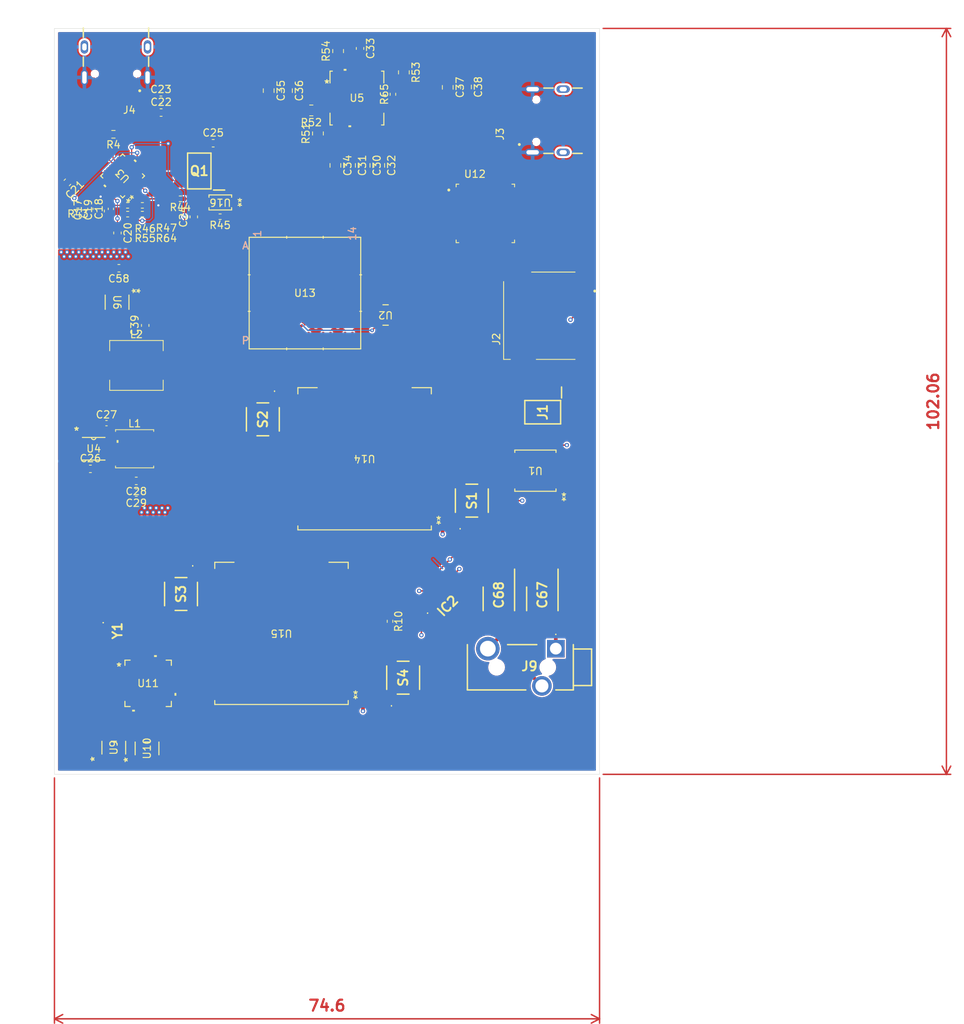
<source format=kicad_pcb>
(kicad_pcb (version 20241229) (generator "pcbnew") (generator_version "9.0")
  (layers (0 "F.Cu" signal) (4 "In1.Cu" signal) (6 "In2.Cu" signal) (2 "B.Cu" signal) (13 "F.Paste" user) (15 "B.Paste" user) (5 "F.SilkS" user "F.Silkscreen") (7 "B.SilkS" user "B.Silkscreen") (1 "F.Mask" user) (3 "B.Mask" user) (25 "Edge.Cuts" user))
  (net 0 "")
  (net 1 "FPGA_TCK")
  (net 2 "GND")
  (net 3 "VCCBRAM")
  (net 4 "FPGA_TDI")
  (net 5 "FPGA_TDO")
  (net 6 "VCC0_34")
  (net 7 "FPGA_TMS")
  (net 8 "VCC0_14")
  (net 9 "VCCAUX")
  (net 10 "+3V3")
  (net 72 "/NorthBridge/HSPI_MOSI")
  (net 73 "/NorthBridge/HSPI_MISO")
  (net 75 "/NorthBridge/HSPI_CLK")
  (net 76 "/NorthBridge/HSPI_CS_PS")
  (net 82 "/NorthBridge/HSPI_CS_SD")
  (net 95 "Net-(C67--)")
  (net 98 "Net-(C68--)")
  (net 99 "Net-(J3-DP1)")
  (net 101 "Net-(J3-DN1)")
  (net 105 "Net-(IC2-MD2)")
  (net 108 "/NorthBridge/Rst")
  (net 109 "NBSB_RX")
  (net 110 "NBSB_TX")
  (net 111 "Net-(S1-COM_1)")
  (net 112 "/NorthBridge/EN")
  (net 113 "Net-(S2-COM_1)")
  (net 114 "Net-(S3-COM_1)")
  (net 115 "/SouthBridge/Rst")
  (net 116 "Net-(S4-COM_1)")
  (net 117 "/SouthBridge/EN")
  (net 118 "/Power/VFB")
  (net 119 "/Power/ICFB")
  (net 120 "SBTXD")
  (net 121 "SBRXD")
  (net 122 "Net-(U4-SW)")
  (net 123 "Net-(U4-BST)")
  (net 125 "/NorthBridge/HSPI_CL_FL")
  (net 127 "/FPGA_UNIT_A/UCLK")
  (net 128 "/Power/VBUS_IN")
  (net 129 "/Power/CC2")
  (net 133 "/Power/CC1")
  (net 134 "Net-(Q1-S1)")
  (net 138 "Net-(Q1-G1)")
  (net 139 "9V0")
  (net 141 "+5V")
  (net 142 "Net-(U3-VBUS_FET_EN)")
  (net 146 "Net-(U3-FLIP)")
  (net 151 "Net-(U3-VCCD)")
  (net 152 "/Power/3V3CYPD")
  (net 155 "Net-(U5-VCC)")
  (net 156 "/NorthBridge/VSPI_D3")
  (net 157 "/NorthBridge/VSPI_D1")
  (net 158 "Net-(U3-CC1)")
  (net 159 "/NorthBridge/VSPI_D0")
  (net 160 "Net-(U6-SW)")
  (net 161 "NBTXD")
  (net 162 "/NorthBridge/VSPI_D2")
  (net 163 "/NorthBridge/HSPI_CS_FL")
  (net 164 "NBRXD")
  (net 165 "/NorthBridge/HSPI_CS__PS")
  (net 166 "/NorthBridge/VSPI_CS")
  (net 167 "/NorthBridge/VSPI_CLK")
  (net 168 "/Power/FB1")
  (net 171 "Net-(U5-SW1)")
  (net 172 "/Power/FB3")
  (net 173 "Net-(U5-EN)")
  (net 175 "/Power/FB4")
  (net 176 "/SouthBridge/OUTP2")
  (net 177 "/SouthBridge/OUTP1")
  (net 178 "/SouthBridge/COM")
  (net 179 "/SouthBridge/DIN")
  (net 180 "/SouthBridge/BCLK")
  (net 181 "/SouthBridge/GPO")
  (net 182 "/SouthBridge/FSYNC")
  (net 183 "Net-(IC2-MD6)")
  (net 184 "Net-(IC2-MD1)")
  (net 185 "Net-(IC2-VREF)")
  (net 186 "Net-(IC2-DREG)")
  (net 187 "Net-(IC2-MD4)")
  (net 188 "Net-(IC2-MD5)")
  (net 189 "Net-(U15-IO32)")
  (net 190 "/USB_HUB/PRTPWR1")
  (net 191 "/USB_HUB/VBUS1")
  (net 192 "/USB_HUB/OCS_N1")
  (net 193 "/USB_HUB/PRTPWR2")
  (net 194 "/USB_HUB/OCS_N2")
  (net 195 "/USB_HUB/VBUS2")
  (net 197 "/USB_HUB/CFG_SEL0")
  (net 198 "/USB_HUB/USB1_P")
  (net 202 "/USB_HUB/NON_REM0")
  (net 204 "/USB_HUB/USB2_P")
  (net 205 "/USB_HUB/NON_REM1")
  (net 206 "/USB_HUB/USB1_N")
  (net 207 "/USB_HUB/CFG_SEL1")
  (net 209 "/USB_HUB/RBIAS")
  (net 210 "Net-(IC1-USBDM)")
  (net 211 "/USB_HUB/XTALIN")
  (net 213 "/USB_HUB/PLLFILT")
  (net 214 "/USB_HUB/CRFILT")
  (net 215 "/USB_HUB/USB2_N")
  (net 217 "Net-(IC1-USBDP)")
  (net 218 "/USB_HUB/XTALOUT")
  (footprint "FPGA_Interface:PTS647SM38SMTR2LFS" (layer "F.Cu") (at 64.4 108.825 90)
    (property "Reference" "S4")
    (property "Value" "PTS647SM38SMTR2_LFS" (hide yes))
  )
  (footprint "FPGA&MCU:ESP32-WROOM-32UE_EXP" (layer "F.Cu") (at 59.125 78.869999 180)
    (property "Reference" "U14")
    (property "Value" "ESP32-WROOM-32UE-N8")
  )
  (footprint "Resistor_SMD:R_0402_1005Metric" (layer "F.Cu") (at 28.709999 44.2)
    (property "Reference" "R47")
    (property "Value" "1k")
  )
  (footprint "Resistor_SMD:R_0402_1005Metric" (layer "F.Cu") (at 19.890001 44.2 180)
    (property "Reference" "R43")
    (property "Value" "4.7k")
  )
  (footprint "Resistor_SMD:R_0402_1005Metric" (layer "F.Cu") (at 26.690001 44.2)
    (property "Reference" "R46")
    (property "Value" "5k")
  )
  (footprint "Resistor_SMD:R_0805_2012Metric" (layer "F.Cu") (at 52.74 34.36 90)
    (property "Reference" "R51")
    (property "Value" "50K")
  )
  (footprint "FPGA_Power:MPM54304GMN_004" (layer "F.Cu") (at 58.075 29.5155)
    (property "Reference" "U5")
    (property "Value" "MPM54304GMN-0004")
  )
  (footprint "Capacitor_SMD:C_0402_1005Metric" (layer "F.Cu") (at 23.799998 74)
    (property "Reference" "C27")
    (property "Value" "0.1u")
  )
  (footprint "FPGA_Power:CYPD3177-24LQXQT_INF" (layer "F.Cu") (at 26.01 40.17 135)
    (property "Reference" "U3")
    (property "Value" "CYPD3177-24LQXQT")
  )
  (footprint "Capacitor_SMD:C_0603_1608Metric" (layer "F.Cu") (at 21.6 80.25)
    (property "Reference" "C26")
    (property "Value" "10uF")
  )
  (footprint "Capacitor_SMD:C_0603_1608Metric" (layer "F.Cu") (at 35.75 45.775 90)
    (property "Reference" "C24")
    (property "Value" "1uF")
  )
  (footprint "Resistor_SMD:R_0402_1005Metric" (layer "F.Cu") (at 26.7 45.4)
    (property "Reference" "R55")
    (property "Value" "5k")
  )
  (footprint "Capacitor_SMD:C_0603_1608Metric" (layer "F.Cu") (at 27.875 83.5 180)
    (property "Reference" "C29")
    (property "Value" "22uF")
  )
  (footprint "Resistor_SMD:R_0805_2012Metric" (layer "F.Cu") (at 51.83 31.21 180)
    (property "Reference" "R52")
    (property "Value" "75K")
  )
  (footprint "Capacitor_SMD:C_0603_1608Metric" (layer "F.Cu") (at 27.875 81.9 180)
    (property "Reference" "C28")
    (property "Value" "22uF")
  )
  (footprint "SB:CAPAE430X565N" (layer "F.Cu") (at 83.449999 97.5 -90)
    (property "Reference" "C67")
    (property "Value" "EDK475M016A9BAA" (hide yes))
  )
  (footprint "NB:4677" (layer "F.Cu") (at 83.5 72.5 -90)
    (property "Reference" "J1")
    (property "Value" "4677" (hide yes))
  )
  (footprint "SB:CAPAE430X565N" (layer "F.Cu") (at 77.5 97.5 -90)
    (property "Reference" "C68")
    (property "Value" "EDK475M016A9BAA" (hide yes))
  )
  (footprint "Capacitor_SMD:C_0603_1608Metric" (layer "F.Cu") (at 18.451992 41.048008 -135)
    (property "Reference" "C21")
    (property "Value" "1uF")
  )
  (footprint "Capacitor_SMD:C_0805_2012Metric" (layer "F.Cu") (at 55.13 38.73 -90)
    (property "Reference" "C34")
    (property "Value" "22u")
  )
  (footprint "Capacitor_SMD:C_0603_1608Metric" (layer "F.Cu") (at 25.3 47.975 -90)
    (property "Reference" "C20")
    (property "Value" "1uF")
  )
  (footprint "Capacitor_SMD:C_0805_2012Metric" (layer "F.Cu") (at 48.5 28.5 -90)
    (property "Reference" "C36")
    (property "Value" "22uF")
  )
  (footprint "Resistor_SMD:R_0402_1005Metric" (layer "F.Cu") (at 39.35 45.75 180)
    (property "Reference" "R45")
    (property "Value" "49.9k")
  )
  (footprint "Capacitor_SMD:C_0805_2012Metric" (layer "F.Cu") (at 61.13 38.73 -90)
    (property "Reference" "C32")
    (property "Value" "22u")
  )
  (footprint "FPGA_Interface:USB4105-GF-A-060" (layer "F.Cu") (at 25.1 22.52 180)
    (property "Reference" "J4")
    (property "Value" "USB4105-GF-A-060")
    (fp_line (start 4.62 -0.4) (end 4.62 0.4) (stroke (width 0.01)) (layer "Edge.Cuts"))
    (fp_line (start 4.02 0.4) (end 4.02 -0.4) (stroke (width 0.01)) (layer "Edge.Cuts"))
    (fp_line (start -4.02 -0.4) (end -4.02 0.4) (stroke (width 0.01)) (layer "Edge.Cuts"))
    (fp_line (start -4.62 0.4) (end -4.62 -0.4) (stroke (width 0.01)) (layer "Edge.Cuts"))
    (fp_arc (start 4.62 0.4) (mid 4.532132 0.612132) (end 4.32 0.7) (stroke (width 0.01)) (layer "Edge.Cuts"))
    (fp_arc (start 4.32 0.7) (mid 4.107868 0.612132) (end 4.02 0.4) (stroke (width 0.01)) (layer "Edge.Cuts"))
    (fp_arc (start 4.32 -0.7) (mid 4.532132 -0.612132) (end 4.62 -0.4) (stroke (width 0.01)) (layer "Edge.Cuts"))
    (fp_arc (start 4.02 -0.4) (mid 4.107868 -0.612132) (end 4.32 -0.7) (stroke (width 0.01)) (layer "Edge.Cuts"))
    (fp_arc (start -4.02 0.4) (mid -4.107868 0.612132) (end -4.32 0.7) (stroke (width 0.01)) (layer "Edge.Cuts"))
    (fp_arc (start -4.32 0.7) (mid -4.532132 0.612132) (end -4.62 0.4) (stroke (width 0.01)) (layer "Edge.Cuts"))
    (fp_arc (start -4.32 -0.7) (mid -4.107868 -0.612132) (end -4.02 -0.4) (stroke (width 0.01)) (layer "Edge.Cuts"))
    (fp_arc (start -4.62 -0.4) (mid -4.532132 -0.612132) (end -4.32 -0.7) (stroke (width 0.01)) (layer "Edge.Cuts"))
  )
  (footprint "USB_HUB:36SQFN-3706-6X6B_MCH" (layer "F.Cu") (at 29.5 109.6)
    (property "Reference" "U11")
    (property "Value" "USB2512BT/M2")
  )
  (footprint "FPGA_Power:TPS62054DGS" (layer "F.Cu") (at 25.25 57.450001 -90)
    (property "Reference" "U6")
    (property "Value" "TPS62054DGS")
  )
  (footprint "SB:TAD5242IRGER" (layer "F.Cu") (at 70.5 99 45)
    (property "Reference" "IC2")
    (property "Value" "TAD5242IRGER" (hide yes))
  )
  (footprint "Capacitor_SMD:C_0805_2012Metric" (layer "F.Cu") (at 46 28.5 -90)
    (property "Reference" "C35")
    (property "Value" "22uF")
  )
  (footprint "Capacitor_SMD:C_0402_1005Metric" (layer "F.Cu") (at 24.4 44.68 -90)
    (property "Reference" "C19")
    (property "Value" "0.1uF")
  )
  (footprint "Capacitor_SMD:C_0603_1608Metric" (layer "F.Cu") (at 38.4 35.7)
    (property "Reference" "C25")
    (property "Value" "1u")
  )
  (footprint "FPGA&MCU:FT4232HPQ" (layer "F.Cu") (at 75.65 45.3)
    (property "Reference" "U12")
    (property "Value" "FT4232HPQ-REEL")
  )
  (footprint "Resistor_SMD:R_0805_2012Metric" (layer "F.Cu") (at 55.5 23.0875 90)
    (property "Reference" "R54")
    (property "Value" "20k")
  )
  (footprint "NB:256_W25Q128JV" (layer "F.Cu") (at 82.5 80.5 180)
    (property "Reference" "U1")
    (property "Value" "W25Q128JVSIQ TR")
  )
  (footprint "FPGA_Interface:USB4105-GF-A-060" (layer "F.Cu") (at 86.3 32.62 90)
    (property "Reference" "J3")
    (property "Value" "USB4105-GF-A-060")
    (fp_line (start 4.62 -0.4) (end 4.62 0.4) (stroke (width 0.01)) (layer "Edge.Cuts"))
    (fp_line (start -4.02 -0.4) (end -4.02 0.4) (stroke (width 0.01)) (layer "Edge.Cuts"))
    (fp_line (start 4.02 0.4) (end 4.02 -0.4) (stroke (width 0.01)) (layer "Edge.Cuts"))
    (fp_line (start -4.62 0.4) (end -4.62 -0.4) (stroke (width 0.01)) (layer "Edge.Cuts"))
    (fp_arc (start 4.32 -0.7) (mid 4.532132 -0.612132) (end 4.62 -0.4) (stroke (width 0.01)) (layer "Edge.Cuts"))
    (fp_arc (start -4.32 -0.7) (mid -4.107868 -0.612132) (end -4.02 -0.4) (stroke (width 0.01)) (layer "Edge.Cuts"))
    (fp_arc (start 4.02 -0.4) (mid 4.107868 -0.612132) (end 4.32 -0.7) (stroke (width 0.01)) (layer "Edge.Cuts"))
    (fp_arc (start -4.62 -0.4) (mid -4.532132 -0.612132) (end -4.32 -0.7) (stroke (width 0.01)) (layer "Edge.Cuts"))
    (fp_arc (start 4.62 0.4) (mid 4.532132 0.612132) (end 4.32 0.7) (stroke (width 0.01)) (layer "Edge.Cuts"))
    (fp_arc (start -4.02 0.4) (mid -4.107868 0.612132) (end -4.32 0.7) (stroke (width 0.01)) (layer "Edge.Cuts"))
    (fp_arc (start 4.32 0.7) (mid 4.107868 0.612132) (end 4.02 0.4) (stroke (width 0.01)) (layer "Edge.Cuts"))
    (fp_arc (start -4.32 0.7) (mid -4.532132 0.612132) (end -4.62 0.4) (stroke (width 0.01)) (layer "Edge.Cuts"))
  )
  (footprint "FPGA_Interface:PTS647SM38SMTR2LFS" (layer "F.Cu") (at 45.2 73.475 -90)
    (property "Reference" "S2")
    (property "Value" "PTS647SM38SMTR2_LFS" (hide yes))
  )
  (footprint "Resistor_SMD:R_0402_1005Metric" (layer "F.Cu") (at 28.71 45.4)
    (property "Reference" "R64")
    (property "Value" "5k")
  )
  (footprint "Resistor_SMD:R_0603_1608Metric" (layer "F.Cu") (at 24.75 34.475001 180)
    (property "Reference" "R4")
    (property "Value" "0")
  )
  (footprint "Inductor_SMD:L_TechFuse_SL0624" (layer "F.Cu") (at 27.9 66.1)
    (property "Reference" "L2")
    (property "Value" "10u")
  )
  (footprint "FPGA&MCU:ESP32-WROOM-32UE_EXP" (layer "F.Cu") (at 47.75 102.76 180)
    (property "Reference" "U15")
    (property "Value" "ESP32-WROOM-32UE-N8")
  )
  (footprint "USB_HUB:TSOP-5_ONS" (layer "F.Cu") (at 24.8 118.39825 90)
    (property "Reference" "U9")
    (property "Value" "NCP380HSN05AAT1G")
  )
  (footprint "Capacitor_SMD:C_0603_1608Metric" (layer "F.Cu") (at 31.275 31.5)
    (property "Reference" "C22")
    (property "Value" "1uF")
  )
  (footprint "FPGA&MCU:XC7S15_FTGB196_AMD" (layer "F.Cu") (at 50.96 56.2)
    (property "Reference" "U13")
    (property "Value" "XC7S15-1FTGB196C")
  )
  (footprint "Capacitor_SMD:C_0603_1608Metric" (layer "F.Cu") (at 29.1 60.625 90)
    (property "Reference" "C39")
    (property "Value" "22u")
  )
  (footprint "FPGA_Interface:PTS647SM38SMTR2LFS" (layer "F.Cu") (at 34 97.375 -90)
    (property "Reference" "S3")
    (property "Value" "PTS647SM38SMTR2_LFS" (hide yes))
  )
  (footprint "FPGA_Interface:PTS647SM38SMTR2LFS" (layer "F.Cu") (at 73.8 84.6 90)
    (property "Reference" "S1")
    (property "Value" "PTS647SM38SMTR2_LFS" (hide yes))
  )
  (footprint "Capacitor_SMD:C_0805_2012Metric" (layer "F.Cu") (at 73 28 -90)
    (property "Reference" "C38")
    (property "Value" "22u")
  )
  (footprint "USB_HUB:TSOP-5_ONS" (layer "F.Cu") (at 29.349999 118.50175 90)
    (property "Reference" "U10")
    (property "Value" "NCP380HSN05AAT1G")
  )
  (footprint "USB_HUB:CX3225FB24000C0FZZH1" (layer "F.Cu") (at 25.3 102.4 -90)
    (property "Reference" "Y1")
    (property "Value" "CX3225FB24000C0FZZH1" (hide yes))
  )
  (footprint "Capacitor_SMD:C_0603_1608Metric" (layer "F.Cu") (at 23 44.975 -90)
    (property "Reference" "C17")
    (property "Value" "1uF")
  )
  (footprint "FPGA_Interface:SJ335083ATR" (layer "F.Cu") (at 85.29 104.85 180)
    (property "Reference" "J9")
    (property "Value" "SJ3-35083A-TR" (hide yes))
  )
  (footprint "Capacitor_SMD:C_0402_1005Metric" (layer "F.Cu") (at 21.6 44.68 -90)
    (property "Reference" "C18")
    (property "Value" "0.1uF")
  )
  (footprint "FPGA_Power:MMSZ10T1G" (layer "F.Cu") (at 39.3764 43.8 180)
    (property "Reference" "U16")
    (property "Value" "MMSZ10T1G")
  )
  (footprint "Capacitor_SMD:C_0805_2012Metric" (layer "F.Cu") (at 70.5 28.05 -90)
    (property "Reference" "C37")
    (property "Value" "22u")
  )
  (footprint "Inductor_SMD:L_APV_ANR5020" (layer "F.Cu") (at 27.649999 77.5)
    (property "Reference" "L1")
    (property "Value" "4.7u")
  )
  (footprint "Capacitor_SMD:C_0805_2012Metric" (layer "F.Cu") (at 59.13 38.73 -90)
    (property "Reference" "C30")
    (property "Value" "22u")
  )
  (footprint "Capacitor_SMD:C_0603_1608Metric" (layer "F.Cu") (at 31.25 29.75)
    (property "Reference" "C23")
    (property "Value" "1uF")
  )
  (footprint "Resistor_SMD:R_0402_1005Metric" (layer "F.Cu") (at 62.6 101.109999 -90)
    (property "Reference" "R10")
    (property "Value" "R_US")
  )
  (footprint "Capacitor_SMD:C_0805_2012Metric" (layer "F.Cu") (at 57.13 38.73 -90)
    (property "Reference" "C31")
    (property "Value" "22u")
  )
  (footprint "FPGA_Interface:DM3D-SF" (layer "F.Cu") (at 89.225001 59.325 90)
    (property "Reference" "J2")
    (property "Value" "DM3D-SF")
  )
  (footprint "Resistor_SMD:R_0402_1005Metric" (layer "F.Cu") (at 63 29 90)
    (property "Reference" "R65")
    (property "Value" "10k")
  )
  (footprint "Capacitor_SMD:C_0603_1608Metric" (layer "F.Cu") (at 58.5 22.725 -90)
    (property "Reference" "C33")
    (property "Value" "1u")
  )
  (footprint "Capacitor_SMD:C_0603_1608Metric" (layer "F.Cu") (at 25.5 52.8 180)
    (property "Reference" "C58")
    (property "Value" "10u")
  )
  (footprint "FPGA_Power:IRF9358TRPBF" (layer "F.Cu") (at 36.5 39.495 180)
    (property "Reference" "Q1")
    (property "Value" "IRF9358TRPBF" (hide yes))
  )
  (footprint "Resistor_SMD:R_0805_2012Metric" (layer "F.Cu") (at 64.5 26 -90)
    (property "Reference" "R53")
    (property "Value" "90k")
  )
  (footprint "Resistor_SMD:R_0402_1005Metric" (layer "F.Cu") (at 33.9 43.3 180)
    (property "Reference" "R44")
    (property "Value" "1k")
  )
  (footprint "FPGA&MCU:CHIP_100.000MHZ-LC-T_ABR" (layer "F.Cu") (at 62 59.2 180)
    (property "Reference" "U2")
    (property "Value" "ASEM1-100.000MHZ-LC-T")
  )
  (footprint "FPGA_Power:AP63205WU-7" (layer "F.Cu") (at 22.049999 77.499999)
    (property "Reference" "U4")
    (property "Value" "AP63205WU-7")
  )
  (gr_rect (start 16.68 19.99) (end 91.28 122.05) (stroke (width 0.05)) (fill no) (layer "Edge.Cuts"))
  (dimension (type orthogonal) (layer "F.Cu") (pts (xy 91.28 122.05) (xy 91.28 19.99)) (height 47.47) (orientation 1) (format (prefix "") (suffix "") (units 3) (units_format 0) (precision 4) (suppress_zeroes yes)) (style (thickness 0.2) (arrow_length 1.27) (text_position_mode 0) (arrow_direction outward) (extension_height 0.58642) (extension_offset 0.5) (keep_text_aligned yes)) (gr_text "102.06" (at 136.95 71.02 90) (layer "F.Cu") (effects (font (size 1.5 1.5) (thickness 0.3)))))
  (dimension (type orthogonal) (layer "F.Cu") (pts (xy 16.68 122.05) (xy 91.28 122.05)) (height 33.45) (orientation 0) (format (prefix "") (suffix "") (units 3) (units_format 0) (precision 4) (suppress_zeroes yes)) (style (thickness 0.2) (arrow_length 1.27) (text_position_mode 0) (arrow_direction outward) (extension_height 0.58642) (extension_offset 0.5) (keep_text_aligned yes)) (gr_text "74.6" (at 53.98 153.7 0) (layer "F.Cu") (effects (font (size 1.5 1.5) (thickness 0.3)))))
  (segment (start 24.750001 55.354501) (end 24.750001 52.825001) (width 0.15) (layer "F.Cu") (net 2))
  (segment (start 23.533554 43) (end 23 43) (width 0.2) (layer "F.Cu") (net 2))
  (segment (start 29.219998 44.2) (end 30.6 44.2) (width 0.15) (layer "F.Cu") (net 2))
  (segment (start 23.889879 40.624175) (end 24.344054 40.17) (width 0.2) (layer "F.Cu") (net 2))
  (segment (start 23.351749 78.45) (end 23.351749 80.048251) (width 0.2) (layer "F.Cu") (net 2))
  (segment (start 26.01 40.17) (end 27.685701 40.17) (width 0.2) (layer "F.Cu") (net 2))
  (segment (start 28.139876 40.624175) (end 28.231942 40.624175) (width 0.2) (layer "F.Cu") (net 2))
  (segment (start 30.6 44.2) (end 30.9 44.2) (width 0.15) (layer "F.Cu") (net 2))
  (segment (start 25.749999 55.354501) (end 24.750001 55.354501) (width 0.15) (layer "F.Cu") (net 2))
  (segment (start 29.219998 44.2) (end 29.219998 45.399998) (width 0.15) (layer "F.Cu") (net 2))
  (segment (start 24.848719 41.684835) (end 26.01 40.523554) (width 0.2) (layer "F.Cu") (net 2))
  (segment (start 23.351749 80.048251) (end 23.15 80.25) (width 0.2) (layer "F.Cu") (net 2))
  (segment (start 24.344054 40.17) (end 26.01 40.17) (width 0.2) (layer "F.Cu") (net 2))
  (segment (start 24.750001 52.825001) (end 24.725 52.8) (width 0.15) (layer "F.Cu") (net 2))
  (segment (start 27.685701 40.17) (end 28.139876 40.624175) (width 0.2) (layer "F.Cu") (net 2))
  (segment (start 23.788058 40.624175) (end 23.889879 40.624175) (width 0.2) (layer "F.Cu") (net 2))
  (segment (start 29.219998 45.399998) (end 29.22 45.4) (width 0.15) (layer "F.Cu") (net 2))
  (segment (start 24.848719 41.684835) (end 23.533554 43) (width 0.2) (layer "F.Cu") (net 2))
  (segment (start 26.01 40.523554) (end 26.01 40.17) (width 0.2) (layer "F.Cu") (net 2))
  (segment (start 23.15 80.25) (end 22.575 80.25) (width 0.2) (layer "F.Cu") (net 2))
  (via blind (at 30.9 44.2) (size 0.6) (drill 0.3) (layers "F.Cu" "In1.Cu") (net 2))
  (via blind (at 23 43) (size 0.6) (drill 0.3) (layers "F.Cu" "In1.Cu") (net 2))
  (segment (start 79 84) (end 79.6 84.6) (width 0.2) (layer "F.Cu") (net 10))
  (segment (start 68.566167 98.136827) (end 67.37934 96.95) (width 0.2) (layer "F.Cu") (net 10))
  (segment (start 89.225001 59.425) (end 87.725 59.425) (width 0.2) (layer "F.Cu") (net 10))
  (segment (start 66.9 101.917767) (end 66.9 103) (width 0.2) (layer "F.Cu") (net 10))
  (segment (start 69.0993 86.07) (end 69.8 86.7707) (width 0.5) (layer "F.Cu") (net 10))
  (segment (start 78.8551 83.8551) (end 79 84) (width 0.2) (layer "F.Cu") (net 10))
  (segment (start 63 28.49) (end 62.384999 27.874999) (width 0.2) (layer "F.Cu") (net 10))
  (segment (start 80.7 84.6) (end 80.8 84.6) (width 0.2) (layer "F.Cu") (net 10))
  (segment (start 67.85 86.07) (end 69.0993 86.07) (width 0.5) (layer "F.Cu") (net 10))
  (segment (start 62.384999 27.874999) (end 60.9845 27.874999) (width 0.2) (layer "F.Cu") (net 10))
  (segment (start 85.7 77) (end 86.8 77) (width 0.2) (layer "F.Cu") (net 10))
  (segment (start 67.37934 96.95) (end 66.59 96.95) (width 0.2) (layer "F.Cu") (net 10))
  (segment (start 85.5 76.8) (end 85.7 77) (width 0.2) (layer "F.Cu") (net 10))
  (segment (start 67.690381 101.127386) (end 66.9 101.917767) (width 0.2) (layer "F.Cu") (net 10))
  (segment (start 87.725 59.425) (end 87.3 59.85) (width 0.2) (layer "F.Cu") (net 10))
  (segment (start 85.405 75.2) (end 85.405 76.705) (width 0.2) (layer "F.Cu") (net 10))
  (segment (start 85.405 76.705) (end 85.5 76.8) (width 0.2) (layer "F.Cu") (net 10))
  (segment (start 56.75 109.97) (end 57.87 109.97) (width 0.5) (layer "F.Cu") (net 10))
  (segment (start 57.87 109.97) (end 58.9 111) (width 0.5) (layer "F.Cu") (net 10))
  (segment (start 69.8 86.7707) (end 69.8 89.2) (width 0.5) (layer "F.Cu") (net 10))
  (segment (start 78.8551 82.405) (end 78.8551 83.8551) (width 0.2) (layer "F.Cu") (net 10))
  (segment (start 58.9 111) (end 58.9 113.4) (width 0.5) (layer "F.Cu") (net 10))
  (segment (start 79.6 84.6) (end 80.7 84.6) (width 0.2) (layer "F.Cu") (net 10))
  (via (at 86.8 77) (size 0.6) (drill 0.3) (layers "F.Cu" "B.Cu") (net 10))
  (via (at 66.59 96.95) (size 0.6) (drill 0.3) (layers "F.Cu" "B.Cu") (net 10))
  (via (at 69.8 89.2) (size 0.6) (drill 0.3) (layers "F.Cu" "B.Cu") (net 10))
  (via (at 66.9 103) (size 0.6) (drill 0.3) (layers "F.Cu" "B.Cu") (net 10))
  (via (at 58.9 113.4) (size 0.6) (drill 0.3) (layers "F.Cu" "B.Cu") (net 10))
  (via (at 80.7 84.6) (size 0.6) (drill 0.3) (layers "F.Cu" "B.Cu") (net 10))
  (via (at 87.3 59.85) (size 0.6) (drill 0.3) (layers "F.Cu" "B.Cu") (net 10))
  (segment (start 81.595 73.595) (end 80 72) (width 0.13) (layer "F.Cu") (net 72))
  (segment (start 80.905 78.595) (end 81.595 77.905) (width 0.13) (layer "F.Cu") (net 72))
  (segment (start 64.4 67.4) (end 63.545 68.255) (width 0.13) (layer "F.Cu") (net 72))
  (segment (start 71.6 78.6) (end 71.01 78.6) (width 0.13) (layer "F.Cu") (net 72))
  (segment (start 81.595 75.2) (end 81.595 73.595) (width 0.13) (layer "F.Cu") (net 72))
  (segment (start 85.8 67) (end 86.4 66.4) (width 0.13) (layer "F.Cu") (net 72))
  (segment (start 70.8 69.6) (end 68.6 67.4) (width 0.13) (layer "F.Cu") (net 72))
  (segment (start 70.8 78.39) (end 70.8 69.6) (width 0.13) (layer "F.Cu") (net 72))
  (segment (start 71.01 78.6) (end 70.8 78.39) (width 0.13) (layer "F.Cu") (net 72))
  (segment (start 86.4 66.4) (end 86.4 59.6) (width 0.13) (layer "F.Cu") (net 72))
  (segment (start 86.4 59.6) (end 87.675 58.325) (width 0.13) (layer "F.Cu") (net 72))
  (segment (start 78.8551 78.595) (end 71.605 78.595) (width 0.13) (layer "F.Cu") (net 72))
  (segment (start 78.8551 78.595) (end 80.905 78.595) (width 0.13) (layer "F.Cu") (net 72))
  (segment (start 63.545 68.255) (end 63.545 69.560001) (width 0.13) (layer "F.Cu") (net 72))
  (segment (start 80 68.668339) (end 81.668339 67) (width 0.13) (layer "F.Cu") (net 72))
  (segment (start 71.605 78.595) (end 71.6 78.6) (width 0.13) (layer "F.Cu") (net 72))
  (segment (start 68.6 67.4) (end 64.4 67.4) (width 0.13) (layer "F.Cu") (net 72))
  (segment (start 80 72) (end 80 68.668339) (width 0.13) (layer "F.Cu") (net 72))
  (segment (start 87.675 58.325) (end 89.225001 58.325) (width 0.13) (layer "F.Cu") (net 72))
  (segment (start 81.595 77.905) (end 81.595 75.2) (width 0.13) (layer "F.Cu") (net 72))
  (segment (start 81.668339 67) (end 85.8 67) (width 0.13) (layer "F.Cu") (net 72))
  (segment (start 84.5 81.135) (end 83.865 80.5) (width 0.13) (layer "F.Cu") (net 73))
  (segment (start 84.135 68.465) (end 84.8 67.8) (width 0.13) (layer "F.Cu") (net 73))
  (segment (start 87.2 67) (end 87.2 63.6) (width 0.13) (layer "F.Cu") (net 73))
  (segment (start 87.2 63.6) (end 88.075 62.725) (width 0.13) (layer "F.Cu") (net 73))
  (segment (start 85 73) (end 87.5 73) (width 0.13) (layer "F.Cu") (net 73))
  (segment (start 84.135 72.135) (end 85 73) (width 0.13) (layer "F.Cu") (net 73))
  (segment (start 71 80.5) (end 69.7 79.2) (width 0.13) (layer "F.Cu") (net 73))
  (segment (start 84.5 81.135) (end 86.1449 81.135) (width 0.13) (layer "F.Cu") (net 73))
  (segment (start 87.865 81.135) (end 86.1449 81.135) (width 0.13) (layer "F.Cu") (net 73))
  (segment (start 86.4 67.8) (end 87.2 67) (width 0.13) (layer "F.Cu") (net 73))
  (segment (start 69.7 79.2) (end 69.7 71.5) (width 0.13) (layer "F.Cu") (net 73))
  (segment (start 89.5 75) (end 89.5 79.5) (width 0.13) (layer "F.Cu") (net 73))
  (segment (start 88.075 62.725) (end 89.225001 62.725) (width 0.13) (layer "F.Cu") (net 73))
  (segment (start 89.5 79.5) (end 87.865 81.135) (width 0.13) (layer "F.Cu") (net 73))
  (segment (start 69.03 70.83) (end 67.85 70.83) (width 0.13) (layer "F.Cu") (net 73))
  (segment (start 69.7 71.5) (end 69.03 70.83) (width 0.13) (layer "F.Cu") (net 73))
  (segment (start 84.8 67.8) (end 86.4 67.8) (width 0.13) (layer "F.Cu") (net 73))
  (segment (start 87.5 73) (end 89.5 75) (width 0.13) (layer "F.Cu") (net 73))
  (segment (start 83.865 80.5) (end 71 80.5) (width 0.13) (layer "F.Cu") (net 73))
  (segment (start 84.135 69.8) (end 84.135 68.465) (width 0.13) (layer "F.Cu") (net 73))
  (segment (start 84.135 69.8) (end 84.135 72.135) (width 0.13) (layer "F.Cu") (net 73))
  (segment (start 82.865 75.2) (end 82.865 78.635) (width 0.13) (layer "F.Cu") (net 75))
  (segment (start 86 67.4) (end 82.1 67.4) (width 0.13) (layer "F.Cu") (net 75))
  (segment (start 86.8 66.6) (end 86 67.4) (width 0.13) (layer "F.Cu") (net 75))
  (segment (start 82.2 73.4) (end 82.6 73.4) (width 0.13) (layer "F.Cu") (net 75))
  (segment (start 67 68.6) (end 69 68.6) (width 0.13) (layer "F.Cu") (net 75))
  (segment (start 66.2 71.6) (end 66.2 69.4) (width 0.13) (layer "F.Cu") (net 75))
  (segment (start 89.225001 60.525) (end 87.875 60.525) (width 0.13) (layer "F.Cu") (net 75))
  (segment (start 82.1 67.4) (end 80.5 69) (width 0.13) (layer "F.Cu") (net 75))
  (segment (start 66.7 72.1) (end 66.2 71.6) (width 0.13) (layer "F.Cu") (net 75))
  (segment (start 71.065 79.865) (end 78.8551 79.865) (width 0.13) (layer "F.Cu") (net 75))
  (segment (start 81.635 79.865) (end 78.8551 79.865) (width 0.13) (layer "F.Cu") (net 75))
  (segment (start 80.5 69) (end 80.5 71.7) (width 0.13) (layer "F.Cu") (net 75))
  (segment (start 82.6 73.4) (end 82.865 73.665) (width 0.13) (layer "F.Cu") (net 75))
  (segment (start 82.865 78.635) (end 81.635 79.865) (width 0.13) (layer "F.Cu") (net 75))
  (segment (start 70.2 79) (end 71.065 79.865) (width 0.13) (layer "F.Cu") (net 75))
  (segment (start 86.8 61.6) (end 86.8 66.6) (width 0.13) (layer "F.Cu") (net 75))
  (segment (start 67.85 72.1) (end 66.7 72.1) (width 0.13) (layer "F.Cu") (net 75))
  (segment (start 70.2 69.8) (end 70.2 79) (width 0.13) (layer "F.Cu") (net 75))
  (segment (start 82.865 73.665) (end 82.865 75.2) (width 0.13) (layer "F.Cu") (net 75))
  (segment (start 66.2 69.4) (end 67 68.6) (width 0.13) (layer "F.Cu") (net 75))
  (segment (start 80.5 71.7) (end 82.2 73.4) (width 0.13) (layer "F.Cu") (net 75))
  (segment (start 87.875 60.525) (end 86.8 61.6) (width 0.13) (layer "F.Cu") (net 75))
  (segment (start 69 68.6) (end 70.2 69.8) (width 0.13) (layer "F.Cu") (net 75))
  (segment (start 81.69 108.249999) (end 81.69 104.65) (width 0.5) (layer "F.Cu") (net 95))
  (segment (start 81.69 104.65) (end 83.44 102.9) (width 0.5) (layer "F.Cu") (net 95))
  (segment (start 83.390001 109.95) (end 81.69 108.249999) (width 0.5) (layer "F.Cu") (net 95))
  (segment (start 83.44 102.9) (end 83.44 99.7) (width 0.5) (layer "F.Cu") (net 95))
  (segment (start 77.49 103.35) (end 75.99 104.85) (width 0.5) (layer "F.Cu") (net 98))
  (segment (start 77.49 99.7) (end 77.49 103.35) (width 0.5) (layer "F.Cu") (net 98))
  (segment (start 46.82 70.83) (end 46.8 70.85) (width 0.2) (layer "F.Cu") (net 108))
  (segment (start 46.8 70.85) (end 46.8 76.1) (width 0.2) (layer "F.Cu") (net 108))
  (segment (start 50.35 70.83) (end 46.82 70.83) (width 0.2) (layer "F.Cu") (net 108))
  (segment (start 64.2 82.6) (end 67.08 79.72) (width 0.2) (layer "F.Cu") (net 109))
  (segment (start 59.83 97.27) (end 64.2 92.9) (width 0.2) (layer "F.Cu") (net 109))
  (segment (start 67.08 79.72) (end 67.85 79.72) (width 0.2) (layer "F.Cu") (net 109))
  (segment (start 56.75 97.27) (end 59.83 97.27) (width 0.2) (layer "F.Cu") (net 109))
  (segment (start 64.2 92.9) (end 64.2 82.6) (width 0.2) (layer "F.Cu") (net 109))
  (segment (start 64.9 82.9907) (end 66.9007 80.99) (width 0.2) (layer "F.Cu") (net 110))
  (segment (start 66.9007 80.99) (end 67.85 80.99) (width 0.2) (layer "F.Cu") (net 110))
  (segment (start 56.75 98.54) (end 59.56 98.54) (width 0.2) (layer "F.Cu") (net 110))
  (segment (start 64.9 93.2) (end 64.9 82.9907) (width 0.2) (layer "F.Cu") (net 110))
  (segment (start 59.56 98.54) (end 64.9 93.2) (width 0.2) (layer "F.Cu") (net 110))
  (segment (start 75.4 87.225) (end 75.4 81.975) (width 0.2) (layer "F.Cu") (net 111))
  (segment (start 72.2 85.2) (end 72.2 87.225) (width 0.2) (layer "F.Cu") (net 112))
  (segment (start 71.8 84.8) (end 72.2 84.4) (width 0.2) (layer "F.Cu") (net 112))
  (segment (start 71.8 84.8) (end 72.2 85.2) (width 0.2) (layer "F.Cu") (net 112))
  (segment (start 72.2 84.4) (end 72.2 81.975) (width 0.2) (layer "F.Cu") (net 112))
  (segment (start 67.85 84.8) (end 71.8 84.8) (width 0.2) (layer "F.Cu") (net 112))
  (segment (start 43.6 70.85) (end 43.6 76.1) (width 0.2) (layer "F.Cu") (net 113))
  (segment (start 32.4 94.75) (end 32.4 100) (width 0.2) (layer "F.Cu") (net 114))
  (segment (start 35.6 94.75) (end 35.6 100) (width 0.2) (layer "F.Cu") (net 115))
  (segment (start 35.62 94.73) (end 35.6 94.75) (width 0.2) (layer "F.Cu") (net 115))
  (segment (start 39.25 94.73) (end 35.62 94.73) (width 0.2) (layer "F.Cu") (net 115))
  (segment (start 66 106.2) (end 66 111.45) (width 0.2) (layer "F.Cu") (net 116))
  (segment (start 56.75 108.7) (end 62.2 108.7) (width 0.2) (layer "F.Cu") (net 117))
  (segment (start 62.2 108.7) (end 62.8 108.1) (width 0.2) (layer "F.Cu") (net 117))
  (segment (start 62.8 109.3) (end 62.8 111.45) (width 0.2) (layer "F.Cu") (net 117))
  (segment (start 62.8 108.1) (end 62.8 106.2) (width 0.2) (layer "F.Cu") (net 117))
  (segment (start 62.2 108.7) (end 62.8 109.3) (width 0.2) (layer "F.Cu") (net 117))
  (segment (start 27.2 43.127767) (end 27.2 43.2) (width 0.15) (layer "F.Cu") (net 118))
  (segment (start 26.464175 42.391942) (end 26.817727 42.038389) (width 0.2) (layer "F.Cu") (net 118))
  (segment (start 27.2 43.2) (end 27.2 44.1) (width 0.15) (layer "F.Cu") (net 118))
  (segment (start 27.2 44.2) (end 28.2 44.2) (width 0.15) (layer "F.Cu") (net 118))
  (segment (start 26.464175 42.391942) (end 27.2 43.127767) (width 0.15) (layer "F.Cu") (net 118))
  (segment (start 27.878389 40.978389) (end 29.1 42.2) (width 0.15) (layer "F.Cu") (net 119))
  (segment (start 28.2 46.2) (end 28.2 45.4) (width 0.15) (layer "F.Cu") (net 119))
  (segment (start 28.7 46.3) (end 28.3 46.3) (width 0.15) (layer "F.Cu") (net 119))
  (segment (start 28.3 46.3) (end 28.2 46.2) (width 0.15) (layer "F.Cu") (net 119))
  (segment (start 28.2 45.4) (end 27.21 45.4) (width 0.15) (layer "F.Cu") (net 119))
  (segment (start 27.878389 40.977727) (end 27.878389 40.978389) (width 0.15) (layer "F.Cu") (net 119))
  (via (at 28.7 46.3) (size 0.6) (drill 0.3) (layers "F.Cu" "B.Cu") (net 119))
  (via (at 29.1 42.2) (size 0.6) (drill 0.3) (layers "F.Cu" "B.Cu") (net 119))
  (segment (start 29.1 42.2) (end 30.1 43.2) (width 0.15) (layer "B.Cu") (net 119))
  (segment (start 30.1 43.6) (end 30.1 45.9) (width 0.15) (layer "B.Cu") (net 119))
  (segment (start 30.1 43.2) (end 30.1 43.6) (width 0.15) (layer "B.Cu") (net 119))
  (segment (start 30.1 45.9) (end 29.7 46.3) (width 0.15) (layer "B.Cu") (net 119))
  (segment (start 29.7 46.3) (end 28.7 46.3) (width 0.15) (layer "B.Cu") (net 119))
  (segment (start 60.6665 60.05) (end 60.6665 60.7835) (width 0.2) (layer "F.Cu") (net 127))
  (segment (start 60.6665 60.7835) (end 60.15 61.3) (width 0.2) (layer "F.Cu") (net 127))
  (via (at 60.15 61.3) (size 0.5) (drill 0.2) (layers "F.Cu" "B.Cu") (net 127))
  (segment (start 51.35 61.3) (end 60.15 61.3) (width 0.2) (layer "B.Cu") (net 127))
  (segment (start 50.572335 60.522335) (end 51.35 61.3) (width 0.2) (layer "B.Cu") (net 127))
  (segment (start 36.2 39.6) (end 35.67 40.13) (width 0.15) (layer "F.Cu") (net 128))
  (segment (start 36.4 35.7) (end 36.2 35.9) (width 0.15) (layer "F.Cu") (net 128))
  (segment (start 37.625 35.7) (end 36.4 35.7) (width 0.15) (layer "F.Cu") (net 128))
  (segment (start 35.67 40.13) (end 33.8 40.13) (width 0.15) (layer "F.Cu") (net 128))
  (segment (start 36.2 35.9) (end 36.2 39.6) (width 0.15) (layer "F.Cu") (net 128))
  (segment (start 24 29.9) (end 23.35 29.25) (width 0.15) (layer "F.Cu") (net 129))
  (segment (start 24 32.9) (end 24 29.9) (width 0.15) (layer "F.Cu") (net 129))
  (segment (start 25.202273 38.301611) (end 24.7 37.799338) (width 0.15) (layer "F.Cu") (net 129))
  (segment (start 23.35 29.25) (end 23.35 27.275) (width 0.15) (layer "F.Cu") (net 129))
  (segment (start 24.7 37.799338) (end 24.7 33.6) (width 0.15) (layer "F.Cu") (net 129))
  (segment (start 24.7 33.6) (end 24 32.9) (width 0.15) (layer "F.Cu") (net 129))
  (segment (start 26.35 29.25) (end 25.575 30.025) (width 0.15) (layer "F.Cu") (net 133))
  (segment (start 26.35 27.275) (end 26.35 29.25) (width 0.15) (layer "F.Cu") (net 133))
  (segment (start 25.575 30.025) (end 25.575 34.475001) (width 0.15) (layer "F.Cu") (net 133))
  (segment (start 40.5 35.7) (end 39.175 35.7) (width 0.15) (layer "F.Cu") (net 134))
  (segment (start 39.2 41.4) (end 40.6 41.4) (width 0.2) (layer "F.Cu") (net 134))
  (segment (start 40.46 38.86) (end 39.2 38.86) (width 0.2) (layer "F.Cu") (net 134))
  (segment (start 41 41) (end 41 44) (width 0.2) (layer "F.Cu") (net 134))
  (segment (start 41 39.4) (end 41 36.2) (width 0.15) (layer "F.Cu") (net 134))
  (segment (start 41 39.4) (end 40.46 38.86) (width 0.2) (layer "F.Cu") (net 134))
  (segment (start 41 41) (end 41 39.4) (width 0.2) (layer "F.Cu") (net 134))
  (segment (start 40.5 45.75) (end 41 45.25) (width 0.2) (layer "F.Cu") (net 134))
  (segment (start 41 45.25) (end 41 44) (width 0.2) (layer "F.Cu") (net 134))
  (segment (start 39.759999 45.75) (end 40.5 45.75) (width 0.2) (layer "F.Cu") (net 134))
  (segment (start 40.6 41.4) (end 41 41) (width 0.2) (layer "F.Cu") (net 134))
  (segment (start 41 36.2) (end 40.5 35.7) (width 0.15) (layer "F.Cu") (net 134))
  (segment (start 37.4 41.75) (end 37.4 42) (width 0.2) (layer "F.Cu") (net 138))
  (segment (start 37.8 44) (end 37.8 43.05) (width 0.2) (layer "F.Cu") (net 138))
  (segment (start 37.4 38.3) (end 38.11 37.59) (width 0.2) (layer "F.Cu") (net 138))
  (segment (start 36.1 43.3) (end 35.25 43.3) (width 0.2) (layer "F.Cu") (net 138))
  (segment (start 38.740001 45.75) (end 38.25 45.75) (width 0.2) (layer "F.Cu") (net 138))
  (segment (start 35.75 45) (end 35.75 43.8) (width 0.2) (layer "F.Cu") (net 138))
  (segment (start 37.4 39.2) (end 37.4 41.75) (width 0.2) (layer "F.Cu") (net 138))
  (segment (start 38.25 45.75) (end 37.8 45.3) (width 0.2) (layer "F.Cu") (net 138))
  (segment (start 37.4 42.65) (end 37.4 41.75) (width 0.2) (layer "F.Cu") (net 138))
  (segment (start 38.13 40.13) (end 37.4 39.4) (width 0.2) (layer "F.Cu") (net 138))
  (segment (start 35.25 43.3) (end 34.409999 43.3) (width 0.2) (layer "F.Cu") (net 138))
  (segment (start 35.75 43.8) (end 35.25 43.3) (width 0.2) (layer "F.Cu") (net 138))
  (segment (start 37.4 39.2) (end 37.4 38.3) (width 0.2) (layer "F.Cu") (net 138))
  (segment (start 38.11 37.59) (end 39.2 37.59) (width 0.2) (layer "F.Cu") (net 138))
  (segment (start 37.8 43.05) (end 37.4 42.65) (width 0.2) (layer "F.Cu") (net 138))
  (segment (start 37.4 42) (end 36.1 43.3) (width 0.2) (layer "F.Cu") (net 138))
  (segment (start 39.2 40.13) (end 38.13 40.13) (width 0.2) (layer "F.Cu") (net 138))
  (segment (start 37.8 45.3) (end 37.8 44) (width 0.2) (layer "F.Cu") (net 138))
  (segment (start 37.4 39.4) (end 37.4 39.2) (width 0.2) (layer "F.Cu") (net 138))
  (segment (start 35.75 46.55) (end 34.8 46.55) (width 0.15) (layer "F.Cu") (net 139))
  (segment (start 27.25 36.5) (end 27.25 36.25) (width 0.15) (layer "F.Cu") (net 139))
  (segment (start 34.5 46.25) (end 34.5 45.75) (width 0.15) (layer "F.Cu") (net 139))
  (segment (start 34.8 46.55) (end 34.5 46.25) (width 0.15) (layer "F.Cu") (net 139))
  (segment (start 27.25 37.869338) (end 27.25 36.5) (width 0.15) (layer "F.Cu") (net 139))
  (segment (start 26.250001 55.354501) (end 26.250001 52.824999) (width 0.15) (layer "F.Cu") (net 139))
  (segment (start 26.250001 52.824999) (end 26.275 52.8) (width 0.15) (layer "F.Cu") (net 139))
  (segment (start 26.817727 38.301611) (end 27.25 37.869338) (width 0.15) (layer "F.Cu") (net 139))
  (via (at 19.2 50.6) (size 0.6) (drill 0.3) (layers "F.Cu" "B.Cu") (net 139))
  (via (at 18 51.2) (size 0.6) (drill 0.3) (layers "F.Cu" "B.Cu") (net 139))
  (via (at 19.6 51.2) (size 0.6) (drill 0.3) (layers "F.Cu" "B.Cu") (net 139))
  (via (at 24.8 50.6) (size 0.6) (drill 0.3) (layers "F.Cu" "B.Cu") (net 139))
  (via (at 17.6 50.6) (size 0.6) (drill 0.3) (layers "F.Cu" "B.Cu") (net 139))
  (via (at 20.4 51.2) (size 0.6) (drill 0.3) (layers "F.Cu" "B.Cu") (net 139))
  (via (at 26.4 50.6) (size 0.6) (drill 0.3) (layers "F.Cu" "B.Cu") (net 139))
  (via (at 22.4 50.6) (size 0.6) (drill 0.3) (layers "F.Cu" "B.Cu") (net 139))
  (via (at 20 50.6) (size 0.6) (drill 0.3) (layers "F.Cu" "B.Cu") (net 139))
  (via (at 24.4 51.2) (size 0.6) (drill 0.3) (layers "F.Cu" "B.Cu") (net 139))
  (via (at 25.6 50.6) (size 0.6) (drill 0.3) (layers "F.Cu" "B.Cu") (net 139))
  (via (at 22.8 51.2) (size 0.6) (drill 0.3) (layers "F.Cu" "B.Cu") (net 139))
  (via (at 32.25 35.75) (size 0.6) (drill 0.3) (layers "F.Cu" "B.Cu") (net 139))
  (via (at 21.2 51.2) (size 0.6) (drill 0.3) (layers "F.Cu" "B.Cu") (net 139))
  (via (at 21.6 50.6) (size 0.6) (drill 0.3) (layers "F.Cu" "B.Cu") (net 139))
  (via (at 34.5 45.75) (size 0.6) (drill 0.3) (layers "F.Cu" "B.Cu") (net 139))
  (via (at 22 51.2) (size 0.6) (drill 0.3) (layers "F.Cu" "B.Cu") (net 139))
  (via (at 20.8 50.6) (size 0.6) (drill 0.3) (layers "F.Cu" "B.Cu") (net 139))
  (via (at 23.2 50.6) (size 0.6) (drill 0.3) (layers "F.Cu" "B.Cu") (net 139))
  (via (at 26 51.2) (size 0.6) (drill 0.3) (layers "F.Cu" "B.Cu") (net 139))
  (via (at 24 50.6) (size 0.6) (drill 0.3) (layers "F.Cu" "B.Cu") (net 139))
  (via (at 23.6 51.2) (size 0.6) (drill 0.3) (layers "F.Cu" "B.Cu") (net 139))
  (via (at 25.2 51.2) (size 0.6) (drill 0.3) (layers "F.Cu" "B.Cu") (net 139))
  (via (at 27.25 36.25) (size 0.6) (drill 0.3) (layers "F.Cu" "B.Cu") (net 139))
  (via (at 18.8 51.2) (size 0.6) (drill 0.3) (layers "F.Cu" "B.Cu") (net 139))
  (via (at 26.8 51.2) (size 0.6) (drill 0.3) (layers "F.Cu" "B.Cu") (net 139))
  (via (at 18.4 50.6) (size 0.6) (drill 0.3) (layers "F.Cu" "B.Cu") (net 139))
  (segment (start 34.5 42.25) (end 32.25 40) (width 0.15) (layer "B.Cu") (net 139))
  (segment (start 32.25 40) (end 32.25 35.75) (width 0.15) (layer "B.Cu") (net 139))
  (segment (start 27.25 36.25) (end 27.75 35.75) (width 0.15) (layer "B.Cu") (net 139))
  (segment (start 27.75 35.75) (end 32.25 35.75) (width 0.15) (layer "B.Cu") (net 139))
  (segment (start 34.5 45.75) (end 34.5 42.25) (width 0.15) (layer "B.Cu") (net 139))
  (via (at 31.8 86.2) (size 0.6) (drill 0.3) (layers "F.Cu" "B.Cu") (net 141))
  (via (at 29 85.6) (size 0.6) (drill 0.3) (layers "F.Cu" "B.Cu") (net 141))
  (via (at 30.2 86.2) (size 0.6) (drill 0.3) (layers "F.Cu" "B.Cu") (net 141))
  (via (at 29.8 85.6) (size 0.6) (drill 0.3) (layers "F.Cu" "B.Cu") (net 141))
  (via (at 32.2 85.6) (size 0.6) (drill 0.3) (layers "F.Cu" "B.Cu") (net 141))
  (via (at 29.4 86.2) (size 0.6) (drill 0.3) (layers "F.Cu" "B.Cu") (net 141))
  (via (at 30.6 85.6) (size 0.6) (drill 0.3) (layers "F.Cu" "B.Cu") (net 141))
  (via (at 31 86.2) (size 0.6) (drill 0.3) (layers "F.Cu" "B.Cu") (net 141))
  (via (at 31.4 85.6) (size 0.6) (drill 0.3) (layers "F.Cu" "B.Cu") (net 141))
  (via (at 28.6 86.2) (size 0.6) (drill 0.3) (layers "F.Cu" "B.Cu") (net 141))
  (segment (start 33.390001 43.3) (end 28.786446 43.3) (width 0.2) (layer "F.Cu") (net 142))
  (segment (start 28.786446 43.3) (end 27.171281 41.684835) (width 0.2) (layer "F.Cu") (net 142))
  (segment (start 19.380002 44.2) (end 19.380002 43.219998) (width 0.15) (layer "F.Cu") (net 146))
  (segment (start 19.380002 43.219998) (end 19.4 43.2) (width 0.15) (layer "F.Cu") (net 146))
  (segment (start 27.171281 38.655165) (end 28 37.826446) (width 0.15) (layer "F.Cu") (net 146))
  (segment (start 28 37.826446) (end 28 37) (width 0.15) (layer "F.Cu") (net 146))
  (via (at 28 37) (size 0.6) (drill 0.3) (layers "F.Cu" "B.Cu") (net 146))
  (via (at 19.4 43.2) (size 0.6) (drill 0.3) (layers "F.Cu" "B.Cu") (net 146))
  (segment (start 19.4 43.2) (end 25.6 37) (width 0.15) (layer "B.Cu") (net 146))
  (segment (start 25.6 37) (end 28 37) (width 0.15) (layer "B.Cu") (net 146))
  (segment (start 25.2 43.6) (end 25.3 43.6) (width 0.15) (layer "F.Cu") (net 151))
  (segment (start 24.9 43.3) (end 25 43.4) (width 0.15) (layer "F.Cu") (net 151))
  (segment (start 25.2 47.2) (end 25.3 47.1) (width 0.15) (layer "F.Cu") (net 151))
  (segment (start 25.3 46) (end 25.3 47.2) (width 0.15) (layer "F.Cu") (net 151))
  (segment (start 24.9 43.047766) (end 25.555825 42.391942) (width 0.15) (layer "F.Cu") (net 151))
  (segment (start 24.9 43.1) (end 24.9 43.3) (width 0.15) (layer "F.Cu") (net 151))
  (segment (start 24.9 43.1) (end 24.9 43.047766) (width 0.15) (layer "F.Cu") (net 151))
  (segment (start 25 43.4) (end 25.2 43.6) (width 0.15) (layer "F.Cu") (net 151))
  (via (at 25.3 46) (size 0.6) (drill 0.3) (layers "F.Cu" "B.Cu") (net 151))
  (via (at 25.3 43.6) (size 0.6) (drill 0.3) (layers "F.Cu" "B.Cu") (net 151))
  (segment (start 25.3 43.6) (end 25.3 46) (width 0.15) (layer "B.Cu") (net 151))
  (segment (start 25.3 43.6) (end 25.2 43.7) (width 0.15) (layer "B.Cu") (net 151))
  (segment (start 25.202273 42.038389) (end 24.4 42.840662) (width 0.15) (layer "F.Cu") (net 152))
  (segment (start 26.180002 44.2) (end 26.180002 45.390002) (width 0.15) (layer "F.Cu") (net 152))
  (segment (start 24.4 44.2) (end 24.4 42.840662) (width 0.15) (layer "F.Cu") (net 152))
  (segment (start 23 44.2) (end 21.6 44.2) (width 0.15) (layer "F.Cu") (net 152))
  (segment (start 26.180002 44.2) (end 24.4 44.2) (width 0.15) (layer "F.Cu") (net 152))
  (segment (start 21.6 44.2) (end 20.4 44.2) (width 0.15) (layer "F.Cu") (net 152))
  (segment (start 26.180002 45.390002) (end 26.19 45.4) (width 0.15) (layer "F.Cu") (net 152))
  (segment (start 23 44.2) (end 24.4 44.2) (width 0.15) (layer "F.Cu") (net 152))
  (segment (start 23.925 37.731446) (end 23.925 34.475001) (width 0.15) (layer "F.Cu") (net 158))
  (segment (start 24.848719 38.655165) (end 23.925 37.731446) (width 0.15) (layer "F.Cu") (net 158))
  (segment (start 55.0155 31.125001) (end 52.827499 31.125001) (width 0.2) (layer "F.Cu") (net 168))
  (segment (start 52.74 33.4475) (end 52.74 31.3025) (width 0.2) (layer "F.Cu") (net 168))
  (segment (start 52.74 31.3025) (end 52.7525 31.29) (width 0.2) (layer "F.Cu") (net 168))
  (segment (start 52.827499 31.125001) (end 52.7425 31.21) (width 0.2) (layer "F.Cu") (net 168))
  (segment (start 62.684999 29.825001) (end 60.9845 29.825001) (width 0.2) (layer "F.Cu") (net 173))
  (segment (start 63 29.51) (end 62.684999 29.825001) (width 0.2) (layer "F.Cu") (net 173))
  (segment (start 69.273274 97.42972) (end 68.89 97.046446) (width 0.2) (layer "F.Cu") (net 176))
  (segment (start 83.44 92.6) (end 83.44 93.25) (width 0.2) (layer "F.Cu") (net 176))
  (segment (start 82.69 91.85) (end 83.44 92.6) (width 0.2) (layer "F.Cu") (net 176))
  (segment (start 72.59 91.85) (end 82.69 91.85) (width 0.2) (layer "F.Cu") (net 176))
  (segment (start 68.89 97.046446) (end 68.89 95.55) (width 0.2) (layer "F.Cu") (net 176))
  (segment (start 68.89 95.55) (end 72.59 91.85) (width 0.2) (layer "F.Cu") (net 176))
  (segment (start 83.44 95.3) (end 83.44 93.25) (width 0.5) (layer "F.Cu") (net 176))
  (segment (start 69.626827 97.076167) (end 69.382396 96.831736) (width 0.2) (layer "F.Cu") (net 177))
  (segment (start 69.382396 96.831736) (end 69.382396 95.657604) (width 0.2) (layer "F.Cu") (net 177))
  (segment (start 77.49 92.75) (end 77.49 93.25) (width 0.2) (layer "F.Cu") (net 177))
  (segment (start 69.382396 95.657604) (end 72.79 92.25) (width 0.2) (layer "F.Cu") (net 177))
  (segment (start 76.99 92.25) (end 77.49 92.75) (width 0.2) (layer "F.Cu") (net 177))
  (segment (start 72.79 92.25) (end 76.99 92.25) (width 0.2) (layer "F.Cu") (net 177))
  (segment (start 77.49 95.3) (end 77.49 93.25) (width 0.5) (layer "F.Cu") (net 177))
  (segment (start 87.19 100.95) (end 87.19 99.15) (width 0.5) (layer "F.Cu") (net 178))
  (segment (start 85.49 91.35) (end 87.19 93.05) (width 0.2) (layer "F.Cu") (net 178))
  (segment (start 85.29 104.85) (end 85.29 102.85) (width 0.5) (layer "F.Cu") (net 178))
  (segment (start 69.980381 96.722614) (end 69.962223 96.704456) (width 0.2) (layer "F.Cu") (net 178))
  (segment (start 87.19 93.05) (end 87.19 99.15) (width 0.2) (layer "F.Cu") (net 178))
  (segment (start 85.29 102.85) (end 87.19 100.95) (width 0.5) (layer "F.Cu") (net 178))
  (segment (start 68.29 97.153554) (end 68.29 95.15) (width 0.2) (layer "F.Cu") (net 178))
  (segment (start 68.91972 97.783274) (end 68.29 97.153554) (width 0.2) (layer "F.Cu") (net 178))
  (segment (start 69.962223 96.704456) (end 69.962223 96.077777) (width 0.2) (layer "F.Cu") (net 178))
  (segment (start 72.09 91.35) (end 85.49 91.35) (width 0.2) (layer "F.Cu") (net 178))
  (segment (start 69.962223 96.077777) (end 72.09 93.95) (width 0.2) (layer "F.Cu") (net 178))
  (segment (start 70.79 92.65) (end 72.09 91.35) (width 0.2) (layer "F.Cu") (net 178))
  (segment (start 68.29 95.15) (end 70.79 92.65) (width 0.2) (layer "F.Cu") (net 178))
  (via (at 72.09 93.95) (size 0.6) (drill 0.3) (layers "F.Cu" "B.Cu") (net 178))
  (via (at 70.79 92.65) (size 0.6) (drill 0.3) (layers "F.Cu" "B.Cu") (net 178))
  (segment (start 69.8 93.9) (end 68.5 92.6) (width 0.2) (layer "B.Cu") (net 178))
  (segment (start 64.49066 103.62) (end 67.336827 100.773833) (width 0.2) (layer "F.Cu") (net 179))
  (segment (start 56.75 103.62) (end 64.49066 103.62) (width 0.2) (layer "F.Cu") (net 179))
  (segment (start 65.38934 100.6) (end 66.276167 99.713173) (width 0.2) (layer "F.Cu") (net 180))
  (segment (start 62.6 100.6) (end 65.38934 100.6) (width 0.2) (layer "F.Cu") (net 180))
  (segment (start 65.616446 101.08) (end 66.62972 100.066726) (width 0.2) (layer "F.Cu") (net 182))
  (segment (start 56.75 101.08) (end 65.616446 101.08) (width 0.2) (layer "F.Cu") (net 182))
  (segment (start 56.75 102.35) (end 60.65 102.35) (width 0.2) (layer "F.Cu") (net 189))
  (segment (start 61.380002 101.619998) (end 62.6 101.619998) (width 0.2) (layer "F.Cu") (net 189))
  (segment (start 60.65 102.35) (end 61.380002 101.619998) (width 0.2) (layer "F.Cu") (net 189))
  (zone (net 139) (net_name "9V0") (layer "F.Cu") (priority 10) (connect_pads yes (clearance 0)) (min_thickness 0.25) (fill yes (thermal_gap 0.5) (thermal_bridge_width 0.5))
    (polygon (pts (xy 27.626955 50.2) (xy 12.014835 50.2) (xy 12.094231 79.1) (xy 27.785746 79.1)))
  )
  (zone (net 139) (net_name "9V0") (layer "F.Cu") (priority 1) (connect_pads yes (clearance 0)) (min_thickness 0.25) (fill yes (thermal_gap 0.5) (thermal_bridge_width 0.5))
    (polygon (pts (xy 31.3 39.4) (xy 35.1 39.4) (xy 35.1 36.6) (xy 40.4 36.6) (xy 40.4 38.400006) (xy 41.7 39.514292) (xy 41.7 41.9) (xy 45 41.9) (xy 45 33.5) (xy 31.3 33.5)))
  )
  (zone (net 2) (net_name "GND") (layer "F.Cu") (priority 2) (connect_pads yes (clearance 0)) (min_thickness 0.25) (fill yes (thermal_gap 0.5) (thermal_bridge_width 0.5))
    (polygon (pts (xy 31.5 20.5) (xy 31.5 33.25) (xy 42.75 33.25) (xy 42.75 20.5)))
  )
  (zone (net 128) (net_name "/Power/VBUS_IN") (layer "F.Cu") (connect_pads yes (clearance 0)) (min_thickness 0.25) (fill yes (thermal_gap 0.5) (thermal_bridge_width 0.5))
    (polygon (pts (xy 31.25 25.25) (xy 17 25.25) (xy 17 39.75) (xy 22.5 45) (xy 34.983721 45) (xy 34.963717 39.45916) (xy 31.25 39.45792)))
  )
  (zone (net 141) (net_name "+5V") (layer "F.Cu") (priority 11) (connect_pads yes (clearance 0)) (min_thickness 0.25) (fill yes (thermal_gap 0.5) (thermal_bridge_width 0.5))
    (polygon (pts (xy 28 72.25) (xy 33.25 72.25) (xy 33.25 86.65) (xy 28 86.65)))
  )
  (zone (net 2) (net_name "GND") (layer "F.Cu") (priority 3) (connect_pads yes (clearance 0)) (min_thickness 0.25) (fill yes (thermal_gap 0.5) (thermal_bridge_width 0.5))
    (polygon (pts (xy 32 25) (xy 17 25) (xy 17 20) (xy 32 20)))
  )
  (zone (net 2) (net_name "GND") (layer "F.Cu") (connect_pads yes (clearance 0)) (min_thickness 0.25) (fill yes (thermal_gap 0.5) (thermal_bridge_width 0.5))
    (polygon (pts (xy 14.4 16.3) (xy 109.3 16.1) (xy 109.9 126.4) (xy 14.2 125.5) (xy 14 16.5)))
  )
  (zone (net 2) (net_name "GND") (layer "B.Cu") (priority 12) (connect_pads (clearance 0)) (min_thickness 0.25) (fill yes (thermal_gap 0.5) (thermal_bridge_width 0.5))
    (polygon (pts (xy 14.75 16.95) (xy 94.35 16.15) (xy 95.25 130.8) (xy 13.85 127.5)))
  )
)
</source>
